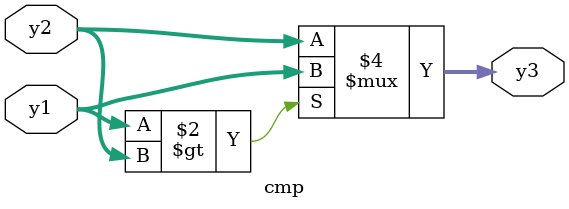
<source format=v>
module BSMCU(
//input clock,
input signed[11:0]i11,i15,i21,i25,i32,i36,i42,i46,i53,i57,i63,i67,i74,i78,i84,i88,b1,b2,b3,b4,b5,b6,b7,b8,
output signed [11:0]bl1,bl2,bl3,bl4,bl5,bl6,bl7,bl8);
ACS c1(i11,b1,i15,b5,bl1);
ACS c2(i21,b1,i25,b5,bl2);
ACS c3(i32,b2,i36,b6,bl3);
ACS c4(i42,b2,i46,b6,bl4);
ACS c5(i53,b3,i57,b7,bl5);
ACS c6(i63,b4,i67,b7,bl6);
ACS c7(i74,b4,i78,b8,bl7);
ACS c8(i84,b4,i88,b8,bl8);
endmodule

module ACS(w1,w2,w3,w4,w5);
input signed [11:0]w1,w2,w3,w4;
output signed [11:0] w5;
wire signed [11:0] d1,d2;
adda ad1(w1,w2,d1);
adda ad2(w3,w4,d2);
cmp cm1(d1,d2,w5);
endmodule

module adda(x1,x2,x3);
input signed [11:0]x1,x2;
output signed [11:0]x3;
assign   x3 = x1 + x2;
endmodule 


module cmp(y1,y2,y3);
input signed [11:0]y1,y2;
output reg signed[11:0]y3;
always@(y1 or y2)
begin 
        if(y1 > y2)
                y3 <= y1;
        else
                y3 <= y2;
end
endmodule
</source>
